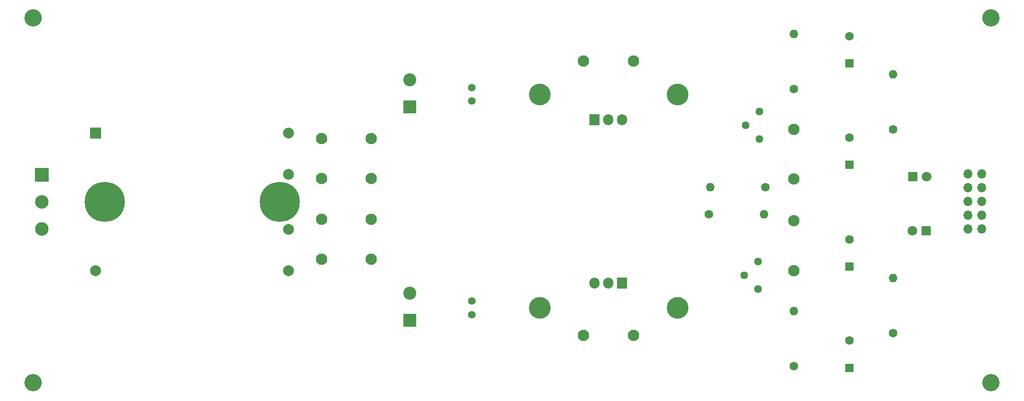
<source format=gbr>
%TF.GenerationSoftware,KiCad,Pcbnew,(6.0.0-0)*%
%TF.CreationDate,2022-01-03T20:25:41-06:00*%
%TF.ProjectId,Full Linear PSU,46756c6c-204c-4696-9e65-617220505355,0.1*%
%TF.SameCoordinates,Original*%
%TF.FileFunction,Soldermask,Top*%
%TF.FilePolarity,Negative*%
%FSLAX46Y46*%
G04 Gerber Fmt 4.6, Leading zero omitted, Abs format (unit mm)*
G04 Created by KiCad (PCBNEW (6.0.0-0)) date 2022-01-03 20:25:41*
%MOMM*%
%LPD*%
G01*
G04 APERTURE LIST*
%ADD10C,1.600000*%
%ADD11O,1.600000X1.600000*%
%ADD12R,2.000000X2.000000*%
%ADD13C,2.000000*%
%ADD14C,7.400000*%
%ADD15C,4.100000*%
%ADD16C,2.100000*%
%ADD17R,1.600000X1.600000*%
%ADD18R,1.905000X2.000000*%
%ADD19O,1.905000X2.000000*%
%ADD20C,1.440000*%
%ADD21C,3.200000*%
%ADD22R,2.500000X2.500000*%
%ADD23C,2.500000*%
%ADD24R,1.800000X1.800000*%
%ADD25C,1.800000*%
%ADD26R,2.400000X2.400000*%
%ADD27C,2.400000*%
%ADD28C,1.400000*%
%ADD29C,4.000000*%
%ADD30O,1.700000X1.700000*%
G04 APERTURE END LIST*
D10*
%TO.C,R1*%
X192100000Y-103800000D03*
D11*
X202260000Y-103800000D03*
%TD*%
D12*
%TO.C,TR1*%
X79120000Y-88800000D03*
D13*
X79120000Y-114200000D03*
X114680000Y-88800000D03*
X114680000Y-96420000D03*
X114680000Y-106580000D03*
X114680000Y-114200000D03*
D14*
X112990900Y-101500000D03*
D15*
X112990900Y-101500000D03*
X80809100Y-101500000D03*
D14*
X80809100Y-101500000D03*
%TD*%
D10*
%TO.C,R6*%
X226100000Y-88100000D03*
D11*
X226100000Y-77940000D03*
%TD*%
D10*
%TO.C,R5*%
X226100000Y-125700000D03*
D11*
X226100000Y-115540000D03*
%TD*%
D16*
%TO.C,D3*%
X120700000Y-104700000D03*
X129900000Y-104700000D03*
%TD*%
D17*
%TO.C,C7*%
X218000000Y-113400000D03*
D10*
X218000000Y-108400000D03*
%TD*%
D18*
%TO.C,U1*%
X176100000Y-116500000D03*
D19*
X173560000Y-116500000D03*
X171020000Y-116500000D03*
%TD*%
D20*
%TO.C,TRIM2*%
X201400000Y-89900000D03*
X198860000Y-87360000D03*
X201400000Y-84820000D03*
%TD*%
D17*
%TO.C,C6*%
X218000000Y-94600000D03*
D10*
X218000000Y-89600000D03*
%TD*%
D21*
%TO.C,H4*%
X244094000Y-134874000D03*
%TD*%
D16*
%TO.C,D2*%
X129900000Y-89800000D03*
X120700000Y-89800000D03*
%TD*%
D10*
%TO.C,R3*%
X207800000Y-131800000D03*
D11*
X207800000Y-121640000D03*
%TD*%
D20*
%TO.C,TRIM1*%
X201200000Y-117600000D03*
X198660000Y-115060000D03*
X201200000Y-112520000D03*
%TD*%
D22*
%TO.C,J1*%
X69200000Y-96500000D03*
D23*
X69200000Y-101500000D03*
X69200000Y-106500000D03*
%TD*%
D16*
%TO.C,D1*%
X120700000Y-112100000D03*
X129900000Y-112100000D03*
%TD*%
D17*
%TO.C,C8*%
X218000000Y-75900000D03*
D10*
X218000000Y-70900000D03*
%TD*%
D16*
%TO.C,D4*%
X129900000Y-97200000D03*
X120700000Y-97200000D03*
%TD*%
D21*
%TO.C,H1*%
X67564000Y-67564000D03*
%TD*%
D16*
%TO.C,D6*%
X169000000Y-75500000D03*
X178200000Y-75500000D03*
%TD*%
D24*
%TO.C,D10*%
X229700000Y-96800000D03*
D25*
X232240000Y-96800000D03*
%TD*%
D21*
%TO.C,H2*%
X67564000Y-134874000D03*
%TD*%
D10*
%TO.C,R2*%
X202500000Y-98800000D03*
D11*
X192340000Y-98800000D03*
%TD*%
D21*
%TO.C,H3*%
X244094000Y-67564000D03*
%TD*%
D10*
%TO.C,R4*%
X207800000Y-80700000D03*
D11*
X207800000Y-70540000D03*
%TD*%
D24*
%TO.C,D9*%
X232200000Y-106800000D03*
D25*
X229660000Y-106800000D03*
%TD*%
D26*
%TO.C,C2*%
X137000000Y-123300000D03*
D27*
X137000000Y-118300000D03*
%TD*%
D17*
%TO.C,C5*%
X218000000Y-132100000D03*
D10*
X218000000Y-127100000D03*
%TD*%
D28*
%TO.C,C1*%
X148400000Y-122300000D03*
X148400000Y-119800000D03*
%TD*%
D29*
%TO.C,HS1*%
X186320000Y-121050000D03*
X160920000Y-121050000D03*
%TD*%
D16*
%TO.C,D5*%
X178200000Y-126100000D03*
X169000000Y-126100000D03*
%TD*%
%TO.C,D8*%
X207800000Y-88100000D03*
X207800000Y-97300000D03*
%TD*%
D30*
%TO.C,J2*%
X242370000Y-106480000D03*
X239830000Y-106480000D03*
X242370000Y-103940000D03*
X239830000Y-103940000D03*
X242370000Y-101400000D03*
X239830000Y-101400000D03*
X242370000Y-98860000D03*
X239830000Y-98860000D03*
X242370000Y-96320000D03*
X239830000Y-96320000D03*
%TD*%
D26*
%TO.C,C3*%
X137000000Y-84000000D03*
D27*
X137000000Y-79000000D03*
%TD*%
D16*
%TO.C,D7*%
X207800000Y-114200000D03*
X207800000Y-105000000D03*
%TD*%
D29*
%TO.C,HS2*%
X186320000Y-81650000D03*
X160920000Y-81650000D03*
%TD*%
D18*
%TO.C,U2*%
X171000000Y-86300000D03*
D19*
X173540000Y-86300000D03*
X176080000Y-86300000D03*
%TD*%
D28*
%TO.C,C4*%
X148400000Y-82900000D03*
X148400000Y-80400000D03*
%TD*%
M02*

</source>
